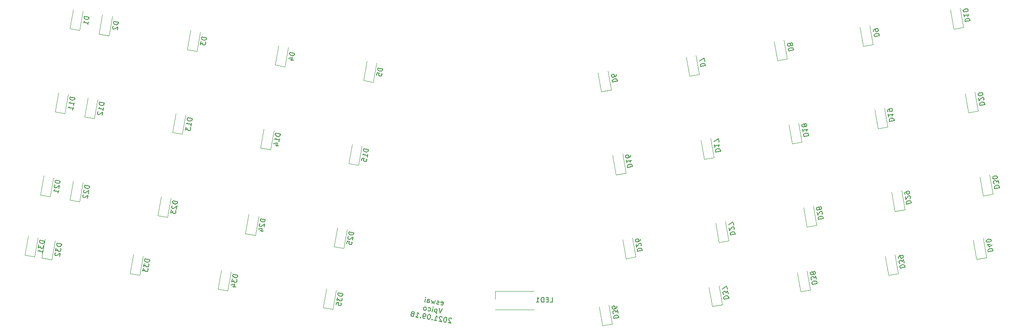
<source format=gbr>
%TF.GenerationSoftware,KiCad,Pcbnew,(5.1.10-1-10_14)*%
%TF.CreationDate,2021-09-19T11:37:43+09:00*%
%TF.ProjectId,Vpico,56706963-6f2e-46b6-9963-61645f706362,rev?*%
%TF.SameCoordinates,Original*%
%TF.FileFunction,Legend,Bot*%
%TF.FilePolarity,Positive*%
%FSLAX46Y46*%
G04 Gerber Fmt 4.6, Leading zero omitted, Abs format (unit mm)*
G04 Created by KiCad (PCBNEW (5.1.10-1-10_14)) date 2021-09-19 11:37:43*
%MOMM*%
%LPD*%
G01*
G04 APERTURE LIST*
%ADD10C,0.150000*%
%ADD11C,0.120000*%
G04 APERTURE END LIST*
D10*
X169223101Y-140121748D02*
X169308623Y-140185182D01*
X169496205Y-140218257D01*
X169598265Y-140187900D01*
X169661699Y-140102377D01*
X169727851Y-139727213D01*
X169697493Y-139625152D01*
X169611971Y-139561719D01*
X169424388Y-139528643D01*
X169322328Y-139559001D01*
X169258895Y-139644523D01*
X169242357Y-139738314D01*
X169694775Y-139914795D01*
X168801040Y-140047327D02*
X168698980Y-140077685D01*
X168511397Y-140044609D01*
X168425875Y-139981176D01*
X168395518Y-139879115D01*
X168403787Y-139832220D01*
X168467220Y-139746698D01*
X168569280Y-139716340D01*
X168709967Y-139741147D01*
X168812027Y-139710789D01*
X168875461Y-139625267D01*
X168883730Y-139578371D01*
X168853372Y-139476311D01*
X168767850Y-139412878D01*
X168627163Y-139388071D01*
X168525103Y-139418428D01*
X168158207Y-139305381D02*
X167854859Y-139928844D01*
X167749966Y-139426812D01*
X167479694Y-139862692D01*
X167407877Y-139173078D01*
X166494886Y-139689044D02*
X166585845Y-139173192D01*
X166649278Y-139087670D01*
X166751339Y-139057312D01*
X166938921Y-139090388D01*
X167024443Y-139153822D01*
X166503155Y-139642148D02*
X166588678Y-139705582D01*
X166823156Y-139746927D01*
X166925216Y-139716569D01*
X166988649Y-139631047D01*
X167005187Y-139537255D01*
X166974830Y-139435195D01*
X166889307Y-139371762D01*
X166654829Y-139330417D01*
X166569307Y-139266983D01*
X166025930Y-139606354D02*
X166141696Y-138949816D01*
X166199578Y-138621547D02*
X166238205Y-138676711D01*
X166183041Y-138715338D01*
X166144414Y-138660173D01*
X166199578Y-138621547D01*
X166183041Y-138715338D01*
X169570917Y-140891458D02*
X169068999Y-141818383D01*
X168914378Y-140775693D01*
X168528226Y-141046080D02*
X168354578Y-142030887D01*
X168519957Y-141092975D02*
X168434435Y-141029542D01*
X168246853Y-140996466D01*
X168144793Y-141026823D01*
X168089628Y-141065450D01*
X168026194Y-141150972D01*
X167976581Y-141432346D01*
X168006938Y-141534406D01*
X168045565Y-141589571D01*
X168131087Y-141653004D01*
X168318670Y-141686080D01*
X168420730Y-141655722D01*
X167521444Y-141545508D02*
X167637210Y-140888969D01*
X167695093Y-140560700D02*
X167733719Y-140615865D01*
X167678555Y-140654491D01*
X167639928Y-140599327D01*
X167695093Y-140560700D01*
X167678555Y-140654491D01*
X166638697Y-141341502D02*
X166724219Y-141404935D01*
X166911801Y-141438011D01*
X167013862Y-141407654D01*
X167069026Y-141369027D01*
X167132460Y-141283505D01*
X167182074Y-141002131D01*
X167151716Y-140900071D01*
X167113089Y-140844906D01*
X167027567Y-140781473D01*
X166839984Y-140748397D01*
X166737924Y-140778755D01*
X166067681Y-141289170D02*
X166169741Y-141258812D01*
X166224905Y-141220186D01*
X166288339Y-141134663D01*
X166337953Y-140853290D01*
X166307595Y-140751230D01*
X166268968Y-140696065D01*
X166183446Y-140632631D01*
X166042759Y-140607825D01*
X165940699Y-140638182D01*
X165885534Y-140676809D01*
X165822101Y-140762331D01*
X165772487Y-141043705D01*
X165802845Y-141145765D01*
X165841471Y-141200930D01*
X165926994Y-141264363D01*
X166067681Y-141289170D01*
X171425058Y-142990555D02*
X171386431Y-142935390D01*
X171300909Y-142871957D01*
X171066431Y-142830612D01*
X170964371Y-142860970D01*
X170909206Y-142899596D01*
X170845773Y-142985119D01*
X170829235Y-143078910D01*
X170851323Y-143227866D01*
X171314843Y-143889840D01*
X170705200Y-143782344D01*
X170269206Y-142690040D02*
X170175414Y-142673502D01*
X170073354Y-142703859D01*
X170018190Y-142742486D01*
X169954756Y-142828008D01*
X169874785Y-143007322D01*
X169833440Y-143241800D01*
X169847260Y-143437651D01*
X169877617Y-143539711D01*
X169916244Y-143594876D01*
X170001766Y-143658309D01*
X170095557Y-143674847D01*
X170197618Y-143644490D01*
X170252782Y-143605863D01*
X170316216Y-143520341D01*
X170396187Y-143341027D01*
X170437532Y-143106549D01*
X170423712Y-142910698D01*
X170393354Y-142808638D01*
X170354728Y-142753473D01*
X170269206Y-142690040D01*
X169549234Y-142659796D02*
X169510607Y-142604632D01*
X169425085Y-142541198D01*
X169190607Y-142499854D01*
X169088546Y-142530211D01*
X169033382Y-142568838D01*
X168969948Y-142654360D01*
X168953410Y-142748151D01*
X168975499Y-142897107D01*
X169439019Y-143559082D01*
X168829376Y-143451585D01*
X167891464Y-143286206D02*
X168454211Y-143385434D01*
X168172838Y-143335820D02*
X168346486Y-142351012D01*
X168415470Y-142508237D01*
X168492723Y-142618566D01*
X168578246Y-142682000D01*
X167485941Y-143117994D02*
X167430777Y-143156621D01*
X167469403Y-143211786D01*
X167524568Y-143173159D01*
X167485941Y-143117994D01*
X167469403Y-143211786D01*
X166986513Y-142111212D02*
X166892722Y-142094674D01*
X166790662Y-142125032D01*
X166735497Y-142163659D01*
X166672064Y-142249181D01*
X166592092Y-142428495D01*
X166550747Y-142662973D01*
X166564567Y-142858824D01*
X166594925Y-142960884D01*
X166633551Y-143016049D01*
X166719074Y-143079482D01*
X166812865Y-143096020D01*
X166914925Y-143065662D01*
X166970090Y-143027036D01*
X167033523Y-142941514D01*
X167113495Y-142762200D01*
X167154839Y-142527722D01*
X167141020Y-142331871D01*
X167110662Y-142229810D01*
X167072035Y-142174646D01*
X166986513Y-142111212D01*
X166015640Y-142955448D02*
X165828057Y-142922372D01*
X165742535Y-142858938D01*
X165703908Y-142803774D01*
X165634924Y-142646549D01*
X165621104Y-142450698D01*
X165687256Y-142075533D01*
X165750689Y-141990011D01*
X165805854Y-141951384D01*
X165907914Y-141921026D01*
X166095497Y-141954102D01*
X166181019Y-142017536D01*
X166219645Y-142072700D01*
X166250003Y-142174760D01*
X166208658Y-142409238D01*
X166145225Y-142494761D01*
X166090060Y-142533387D01*
X165988000Y-142563745D01*
X165800418Y-142530669D01*
X165714895Y-142467236D01*
X165676269Y-142412071D01*
X165645911Y-142310011D01*
X165141161Y-142704546D02*
X165085996Y-142743173D01*
X165124623Y-142798338D01*
X165179788Y-142759711D01*
X165141161Y-142704546D01*
X165124623Y-142798338D01*
X164139815Y-142624689D02*
X164702563Y-142723917D01*
X164421189Y-142674303D02*
X164594837Y-141689495D01*
X164663821Y-141846720D01*
X164741075Y-141957049D01*
X164826597Y-142020483D01*
X163676296Y-141962715D02*
X163778356Y-141932357D01*
X163833520Y-141893730D01*
X163896954Y-141808208D01*
X163905223Y-141761312D01*
X163874865Y-141659252D01*
X163836238Y-141604088D01*
X163750716Y-141540654D01*
X163563134Y-141507578D01*
X163461074Y-141537936D01*
X163405909Y-141576563D01*
X163342475Y-141662085D01*
X163334207Y-141708980D01*
X163364564Y-141811041D01*
X163403191Y-141866205D01*
X163488713Y-141929639D01*
X163676296Y-141962715D01*
X163761818Y-142026148D01*
X163800444Y-142081313D01*
X163830802Y-142183373D01*
X163797726Y-142370955D01*
X163734293Y-142456477D01*
X163679128Y-142495104D01*
X163577068Y-142525462D01*
X163389486Y-142492386D01*
X163303963Y-142428952D01*
X163265337Y-142373788D01*
X163234979Y-142271728D01*
X163268055Y-142084145D01*
X163331488Y-141998623D01*
X163386653Y-141959996D01*
X163488713Y-141929639D01*
D11*
%TO.C,LED1*%
X180200000Y-139050000D02*
X180200000Y-137450000D01*
X188000000Y-141150000D02*
X180200000Y-141150000D01*
X180200000Y-137450000D02*
X188000000Y-137450000D01*
%TO.C,D30*%
X280332103Y-117841299D02*
X279654875Y-114000549D01*
X278362488Y-118188596D02*
X277685260Y-114347845D01*
X280332103Y-117841299D02*
X278362488Y-118188596D01*
%TO.C,D24*%
X131897421Y-126147871D02*
X132574649Y-122307120D01*
X129927806Y-125800574D02*
X130605034Y-121959824D01*
X131897421Y-126147871D02*
X129927806Y-125800574D01*
%TO.C,D26*%
X208441137Y-130517616D02*
X207763909Y-126676866D01*
X206471522Y-130864913D02*
X205794294Y-127024162D01*
X208441137Y-130517616D02*
X206471522Y-130864913D01*
%TO.C,D34*%
X126366816Y-137357795D02*
X127044044Y-133517044D01*
X124397201Y-137010498D02*
X125074429Y-133169748D01*
X126366816Y-137357795D02*
X124397201Y-137010498D01*
%TO.C,D40*%
X279029831Y-130611443D02*
X278352603Y-126770693D01*
X277060216Y-130958740D02*
X276382988Y-127117989D01*
X279029831Y-130611443D02*
X277060216Y-130958740D01*
%TO.C,D39*%
X261329339Y-133884831D02*
X260652111Y-130044081D01*
X259359724Y-134232128D02*
X258682496Y-130391377D01*
X261329339Y-133884831D02*
X259359724Y-134232128D01*
%TO.C,D38*%
X243628846Y-137158220D02*
X242951618Y-133317470D01*
X241659231Y-137505517D02*
X240982003Y-133664766D01*
X243628846Y-137158220D02*
X241659231Y-137505517D01*
%TO.C,D37*%
X225876260Y-140136166D02*
X225199032Y-136295416D01*
X223906645Y-140483463D02*
X223229417Y-136642712D01*
X225876260Y-140136166D02*
X223906645Y-140483463D01*
%TO.C,D36*%
X203718085Y-144043250D02*
X203040857Y-140202500D01*
X201748470Y-144390547D02*
X201071242Y-140549796D01*
X203718085Y-144043250D02*
X201748470Y-144390547D01*
%TO.C,D35*%
X147540182Y-141091231D02*
X148217410Y-137250480D01*
X145570567Y-140743934D02*
X146247795Y-136903184D01*
X147540182Y-141091231D02*
X145570567Y-140743934D01*
%TO.C,D33*%
X108640276Y-134232128D02*
X109317504Y-130391377D01*
X106670661Y-133884831D02*
X107347889Y-130044081D01*
X108640276Y-134232128D02*
X106670661Y-133884831D01*
%TO.C,D32*%
X90913737Y-131106461D02*
X91590965Y-127265710D01*
X88944122Y-130759164D02*
X89621350Y-126918414D01*
X90913737Y-131106461D02*
X88944122Y-130759164D01*
%TO.C,D31*%
X87466910Y-130498692D02*
X88144138Y-126657941D01*
X85497295Y-130151395D02*
X86174523Y-126310645D01*
X87466910Y-130498692D02*
X85497295Y-130151395D01*
%TO.C,D29*%
X262605564Y-120966966D02*
X261928336Y-117126216D01*
X260635949Y-121314263D02*
X259958721Y-117473512D01*
X262605564Y-120966966D02*
X260635949Y-121314263D01*
%TO.C,D28*%
X244879024Y-124092633D02*
X244201796Y-120251883D01*
X242909409Y-124439930D02*
X242232181Y-120599179D01*
X244879024Y-124092633D02*
X242909409Y-124439930D01*
%TO.C,D27*%
X227152485Y-127218300D02*
X226475257Y-123377550D01*
X225182870Y-127565597D02*
X224505642Y-123724846D01*
X227152485Y-127218300D02*
X225182870Y-127565597D01*
%TO.C,D25*%
X149710785Y-128781134D02*
X150388013Y-124940383D01*
X147741170Y-128433837D02*
X148418398Y-124593087D01*
X149710785Y-128781134D02*
X147741170Y-128433837D01*
%TO.C,D23*%
X114257706Y-122529800D02*
X114934934Y-118689049D01*
X112288091Y-122182503D02*
X112965319Y-118341753D01*
X114257706Y-122529800D02*
X112288091Y-122182503D01*
%TO.C,D22*%
X96531166Y-119404133D02*
X97208394Y-115563382D01*
X94561551Y-119056836D02*
X95238779Y-115216086D01*
X96531166Y-119404133D02*
X94561551Y-119056836D01*
%TO.C,D21*%
X90622320Y-118362244D02*
X91299548Y-114521493D01*
X88652705Y-118014947D02*
X89329933Y-114174197D01*
X90622320Y-118362244D02*
X88652705Y-118014947D01*
%TO.C,D20*%
X277380084Y-101099567D02*
X276702856Y-97258817D01*
X275410469Y-101446864D02*
X274733241Y-97606113D01*
X277380084Y-101099567D02*
X275410469Y-101446864D01*
%TO.C,D19*%
X259161141Y-104312058D02*
X258483913Y-100471308D01*
X257191526Y-104659355D02*
X256514298Y-100818604D01*
X259161141Y-104312058D02*
X257191526Y-104659355D01*
%TO.C,D18*%
X241927005Y-107350901D02*
X241249777Y-103510151D01*
X239957390Y-107698198D02*
X239280162Y-103857447D01*
X241927005Y-107350901D02*
X239957390Y-107698198D01*
%TO.C,D17*%
X224200466Y-110476568D02*
X223523238Y-106635818D01*
X222230851Y-110823865D02*
X221553623Y-106983114D01*
X224200466Y-110476568D02*
X222230851Y-110823865D01*
%TO.C,D16*%
X206473926Y-113602236D02*
X205796698Y-109761486D01*
X204504311Y-113949533D02*
X203827083Y-110108782D01*
X206473926Y-113602236D02*
X204504311Y-113949533D01*
%TO.C,D15*%
X152662804Y-112039403D02*
X153340032Y-108198652D01*
X150693189Y-111692106D02*
X151370417Y-107851356D01*
X152662804Y-112039403D02*
X150693189Y-111692106D01*
%TO.C,D14*%
X134936264Y-108913735D02*
X135613492Y-105072984D01*
X132966649Y-108566438D02*
X133643877Y-104725688D01*
X134936264Y-108913735D02*
X132966649Y-108566438D01*
%TO.C,D13*%
X117209725Y-105788068D02*
X117886953Y-101947317D01*
X115240110Y-105440771D02*
X115917338Y-101600021D01*
X117209725Y-105788068D02*
X115240110Y-105440771D01*
%TO.C,D12*%
X99483185Y-102662401D02*
X100160413Y-98821650D01*
X97513570Y-102315104D02*
X98190798Y-98474354D01*
X99483185Y-102662401D02*
X97513570Y-102315104D01*
%TO.C,D11*%
X93574339Y-101620512D02*
X94251567Y-97779761D01*
X91604724Y-101273215D02*
X92281952Y-97432465D01*
X93574339Y-101620512D02*
X91604724Y-101273215D01*
%TO.C,D10*%
X274402018Y-84210114D02*
X273724790Y-80369364D01*
X272432403Y-84557411D02*
X271755175Y-80716660D01*
X274402018Y-84210114D02*
X272432403Y-84557411D01*
%TO.C,D9*%
X256235169Y-87718047D02*
X255557941Y-83877297D01*
X254265554Y-88065344D02*
X253588326Y-84224593D01*
X256235169Y-87718047D02*
X254265554Y-88065344D01*
%TO.C,D8*%
X238974986Y-90609169D02*
X238297758Y-86768419D01*
X237005371Y-90956466D02*
X236328143Y-87115715D01*
X238974986Y-90609169D02*
X237005371Y-90956466D01*
%TO.C,D7*%
X221248447Y-93734837D02*
X220571219Y-89894087D01*
X219278832Y-94082134D02*
X218601604Y-90241383D01*
X221248447Y-93734837D02*
X219278832Y-94082134D01*
%TO.C,D6*%
X203521907Y-96860504D02*
X202844679Y-93019754D01*
X201552292Y-97207801D02*
X200875064Y-93367050D01*
X203521907Y-96860504D02*
X201552292Y-97207801D01*
%TO.C,D5*%
X155614823Y-95297671D02*
X156292051Y-91456920D01*
X153645208Y-94950374D02*
X154322436Y-91109624D01*
X155614823Y-95297671D02*
X153645208Y-94950374D01*
%TO.C,D4*%
X137888283Y-92172004D02*
X138565511Y-88331253D01*
X135918668Y-91824707D02*
X136595896Y-87983957D01*
X137888283Y-92172004D02*
X135918668Y-91824707D01*
%TO.C,D3*%
X120161744Y-89046336D02*
X120838972Y-85205585D01*
X118192129Y-88699039D02*
X118869357Y-84858289D01*
X120161744Y-89046336D02*
X118192129Y-88699039D01*
%TO.C,D2*%
X102435204Y-85920669D02*
X103112432Y-82079918D01*
X100465589Y-85573372D02*
X101142817Y-81732622D01*
X102435204Y-85920669D02*
X100465589Y-85573372D01*
%TO.C,D1*%
X96526358Y-84878780D02*
X97203586Y-81038029D01*
X94556743Y-84531483D02*
X95233971Y-80690733D01*
X96526358Y-84878780D02*
X94556743Y-84531483D01*
%TO.C,LED1*%
D10*
X191219047Y-139652380D02*
X191695238Y-139652380D01*
X191695238Y-138652380D01*
X190885714Y-139128571D02*
X190552380Y-139128571D01*
X190409523Y-139652380D02*
X190885714Y-139652380D01*
X190885714Y-138652380D01*
X190409523Y-138652380D01*
X189980952Y-139652380D02*
X189980952Y-138652380D01*
X189742857Y-138652380D01*
X189600000Y-138700000D01*
X189504761Y-138795238D01*
X189457142Y-138890476D01*
X189409523Y-139080952D01*
X189409523Y-139223809D01*
X189457142Y-139414285D01*
X189504761Y-139509523D01*
X189600000Y-139604761D01*
X189742857Y-139652380D01*
X189980952Y-139652380D01*
X188457142Y-139652380D02*
X189028571Y-139652380D01*
X188742857Y-139652380D02*
X188742857Y-138652380D01*
X188838095Y-138795238D01*
X188933333Y-138890476D01*
X189028571Y-138938095D01*
%TO.C,D30*%
X280691553Y-116726227D02*
X281676360Y-116552578D01*
X281635016Y-116318100D01*
X281563313Y-116185683D01*
X281452984Y-116108429D01*
X281350924Y-116078072D01*
X281155072Y-116064252D01*
X281014386Y-116089059D01*
X280835072Y-116169030D01*
X280749550Y-116232464D01*
X280672297Y-116342793D01*
X280650208Y-116491749D01*
X280691553Y-116726227D01*
X281519250Y-115661562D02*
X281411754Y-115051919D01*
X281094472Y-115446340D01*
X281069665Y-115305653D01*
X281006231Y-115220131D01*
X280951067Y-115181504D01*
X280849006Y-115151147D01*
X280614528Y-115192491D01*
X280529006Y-115255925D01*
X280490380Y-115311089D01*
X280460022Y-115413150D01*
X280509636Y-115694523D01*
X280573069Y-115780046D01*
X280628234Y-115818672D01*
X281304257Y-114442276D02*
X281287719Y-114348485D01*
X281224286Y-114262963D01*
X281169121Y-114224336D01*
X281067061Y-114193978D01*
X280871210Y-114180159D01*
X280636732Y-114221503D01*
X280457418Y-114301475D01*
X280371896Y-114364908D01*
X280333269Y-114420073D01*
X280302912Y-114522133D01*
X280319449Y-114615924D01*
X280382883Y-114701447D01*
X280438048Y-114740073D01*
X280540108Y-114770431D01*
X280735959Y-114784251D01*
X280970437Y-114742906D01*
X281149751Y-114662934D01*
X281235273Y-114599501D01*
X281273900Y-114544336D01*
X281304257Y-114442276D01*
%TO.C,D24*%
X133929304Y-122988418D02*
X132944497Y-122814769D01*
X132903152Y-123049248D01*
X132925240Y-123198203D01*
X133002494Y-123308532D01*
X133088016Y-123371966D01*
X133267329Y-123451937D01*
X133408016Y-123476744D01*
X133603868Y-123462925D01*
X133705928Y-123432567D01*
X133816257Y-123355314D01*
X133887959Y-123222896D01*
X133929304Y-122988418D01*
X132872909Y-123769220D02*
X132817744Y-123807846D01*
X132754310Y-123893368D01*
X132712966Y-124127846D01*
X132743323Y-124229907D01*
X132781950Y-124285071D01*
X132867472Y-124348505D01*
X132961263Y-124365043D01*
X133110219Y-124342954D01*
X133772194Y-123879434D01*
X133664698Y-124489077D01*
X132859318Y-125217433D02*
X133515856Y-125333198D01*
X132525498Y-124916803D02*
X133270277Y-124806359D01*
X133162780Y-125416002D01*
%TO.C,D26*%
X208800587Y-129402544D02*
X209785394Y-129228895D01*
X209744050Y-128994417D01*
X209672347Y-128862000D01*
X209562018Y-128784746D01*
X209459958Y-128754389D01*
X209264106Y-128740569D01*
X209123420Y-128765376D01*
X208944106Y-128845347D01*
X208858584Y-128908781D01*
X208781331Y-129019110D01*
X208759242Y-129168066D01*
X208800587Y-129402544D01*
X209526224Y-128307521D02*
X209564851Y-128252357D01*
X209595208Y-128150296D01*
X209553864Y-127915818D01*
X209490430Y-127830296D01*
X209435265Y-127791670D01*
X209333205Y-127761312D01*
X209239414Y-127777850D01*
X209106996Y-127849552D01*
X208643476Y-128511527D01*
X208535980Y-127901884D01*
X209371946Y-126884115D02*
X209405022Y-127071698D01*
X209374665Y-127173758D01*
X209336038Y-127228922D01*
X209211889Y-127347520D01*
X209032576Y-127427492D01*
X208657411Y-127493643D01*
X208555351Y-127463286D01*
X208500186Y-127424659D01*
X208436752Y-127339137D01*
X208403677Y-127151554D01*
X208434034Y-127049494D01*
X208472661Y-126994330D01*
X208558183Y-126930896D01*
X208792661Y-126889551D01*
X208894721Y-126919909D01*
X208949886Y-126958536D01*
X209013320Y-127044058D01*
X209046395Y-127231640D01*
X209016038Y-127333701D01*
X208977411Y-127388865D01*
X208891889Y-127452299D01*
%TO.C,D34*%
X128398699Y-134198342D02*
X127413892Y-134024693D01*
X127372547Y-134259172D01*
X127394635Y-134408127D01*
X127471889Y-134518456D01*
X127557411Y-134581890D01*
X127736724Y-134661861D01*
X127877411Y-134686668D01*
X128073263Y-134672849D01*
X128175323Y-134642491D01*
X128285652Y-134565238D01*
X128357354Y-134432820D01*
X128398699Y-134198342D01*
X127256781Y-134915710D02*
X127149285Y-135525353D01*
X127582332Y-135263235D01*
X127557525Y-135403922D01*
X127587883Y-135505982D01*
X127626510Y-135561147D01*
X127712032Y-135624580D01*
X127946510Y-135665925D01*
X128048570Y-135635568D01*
X128103735Y-135596941D01*
X128167168Y-135511419D01*
X128216782Y-135230045D01*
X128186424Y-135127985D01*
X128147798Y-135072820D01*
X127328713Y-136427357D02*
X127985251Y-136543122D01*
X126994893Y-136126727D02*
X127739672Y-136016283D01*
X127632175Y-136625926D01*
%TO.C,D40*%
X279389281Y-129496371D02*
X280374088Y-129322722D01*
X280332744Y-129088244D01*
X280261041Y-128955827D01*
X280150712Y-128878573D01*
X280048652Y-128848216D01*
X279852800Y-128834396D01*
X279712114Y-128859203D01*
X279532800Y-128939174D01*
X279447278Y-129002608D01*
X279370025Y-129112937D01*
X279347936Y-129261893D01*
X279389281Y-129496371D01*
X279797750Y-127973737D02*
X279141212Y-128089502D01*
X280214260Y-128142063D02*
X279552171Y-128500576D01*
X279444674Y-127890933D01*
X280001985Y-127212420D02*
X279985447Y-127118629D01*
X279922014Y-127033107D01*
X279866849Y-126994480D01*
X279764789Y-126964122D01*
X279568938Y-126950303D01*
X279334460Y-126991647D01*
X279155146Y-127071619D01*
X279069624Y-127135052D01*
X279030997Y-127190217D01*
X279000640Y-127292277D01*
X279017177Y-127386068D01*
X279080611Y-127471591D01*
X279135776Y-127510217D01*
X279237836Y-127540575D01*
X279433687Y-127554395D01*
X279668165Y-127513050D01*
X279847479Y-127433078D01*
X279933001Y-127369645D01*
X279971628Y-127314480D01*
X280001985Y-127212420D01*
%TO.C,D39*%
X261688789Y-132769759D02*
X262673596Y-132596110D01*
X262632252Y-132361632D01*
X262560549Y-132229215D01*
X262450220Y-132151961D01*
X262348160Y-132121604D01*
X262152308Y-132107784D01*
X262011622Y-132132591D01*
X261832308Y-132212562D01*
X261746786Y-132275996D01*
X261669533Y-132386325D01*
X261647444Y-132535281D01*
X261688789Y-132769759D01*
X262516486Y-131705094D02*
X262408990Y-131095451D01*
X262091708Y-131489872D01*
X262066901Y-131349185D01*
X262003467Y-131263663D01*
X261948303Y-131225036D01*
X261846242Y-131194679D01*
X261611764Y-131236023D01*
X261526242Y-131299457D01*
X261487616Y-131354621D01*
X261457258Y-131456682D01*
X261506872Y-131738055D01*
X261570305Y-131823578D01*
X261625470Y-131862204D01*
X261341492Y-130800143D02*
X261308417Y-130612561D01*
X261338774Y-130510501D01*
X261377401Y-130455336D01*
X261501550Y-130336738D01*
X261680863Y-130256766D01*
X262056028Y-130190615D01*
X262158088Y-130220972D01*
X262213253Y-130259599D01*
X262276686Y-130345121D01*
X262309762Y-130532704D01*
X262279405Y-130634764D01*
X262240778Y-130689928D01*
X262155256Y-130753362D01*
X261920778Y-130794707D01*
X261818717Y-130764349D01*
X261763553Y-130725722D01*
X261700119Y-130640200D01*
X261667043Y-130452618D01*
X261697401Y-130350558D01*
X261736028Y-130295393D01*
X261821550Y-130231960D01*
%TO.C,D38*%
X243988296Y-136043148D02*
X244973103Y-135869499D01*
X244931759Y-135635021D01*
X244860056Y-135502604D01*
X244749727Y-135425350D01*
X244647667Y-135394993D01*
X244451815Y-135381173D01*
X244311129Y-135405980D01*
X244131815Y-135485951D01*
X244046293Y-135549385D01*
X243969040Y-135659714D01*
X243946951Y-135808670D01*
X243988296Y-136043148D01*
X244815993Y-134978483D02*
X244708497Y-134368840D01*
X244391215Y-134763261D01*
X244366408Y-134622574D01*
X244302974Y-134537052D01*
X244247810Y-134498425D01*
X244145749Y-134468068D01*
X243911271Y-134509412D01*
X243825749Y-134572846D01*
X243787123Y-134628010D01*
X243756765Y-134730071D01*
X243806379Y-135011444D01*
X243869812Y-135096967D01*
X243924977Y-135135593D01*
X244187209Y-133880513D02*
X244250642Y-133966036D01*
X244305807Y-134004662D01*
X244407867Y-134035020D01*
X244454763Y-134026751D01*
X244540285Y-133963317D01*
X244578912Y-133908153D01*
X244609269Y-133806093D01*
X244576193Y-133618510D01*
X244512760Y-133532988D01*
X244457595Y-133494361D01*
X244355535Y-133464004D01*
X244308639Y-133472273D01*
X244223117Y-133535706D01*
X244184491Y-133590871D01*
X244154133Y-133692931D01*
X244187209Y-133880513D01*
X244156851Y-133982574D01*
X244118224Y-134037738D01*
X244032702Y-134101172D01*
X243845120Y-134134247D01*
X243743060Y-134103890D01*
X243687895Y-134065263D01*
X243624461Y-133979741D01*
X243591386Y-133792158D01*
X243621743Y-133690098D01*
X243660370Y-133634934D01*
X243745892Y-133571500D01*
X243933475Y-133538424D01*
X244035535Y-133568782D01*
X244090699Y-133607409D01*
X244154133Y-133692931D01*
%TO.C,D37*%
X226235710Y-139021094D02*
X227220517Y-138847445D01*
X227179173Y-138612967D01*
X227107470Y-138480550D01*
X226997141Y-138403296D01*
X226895081Y-138372939D01*
X226699229Y-138359119D01*
X226558543Y-138383926D01*
X226379229Y-138463897D01*
X226293707Y-138527331D01*
X226216454Y-138637660D01*
X226194365Y-138786616D01*
X226235710Y-139021094D01*
X227063407Y-137956429D02*
X226955911Y-137346786D01*
X226638629Y-137741207D01*
X226613822Y-137600520D01*
X226550388Y-137514998D01*
X226495224Y-137476371D01*
X226393163Y-137446014D01*
X226158685Y-137487358D01*
X226073163Y-137550792D01*
X226034537Y-137605956D01*
X226004179Y-137708017D01*
X226053793Y-137989390D01*
X226117226Y-138074913D01*
X226172391Y-138113539D01*
X226898028Y-137018517D02*
X226782263Y-136361978D01*
X225871875Y-136957687D01*
%TO.C,D36*%
X204077535Y-142928178D02*
X205062342Y-142754529D01*
X205020998Y-142520051D01*
X204949295Y-142387634D01*
X204838966Y-142310380D01*
X204736906Y-142280023D01*
X204541054Y-142266203D01*
X204400368Y-142291010D01*
X204221054Y-142370981D01*
X204135532Y-142434415D01*
X204058279Y-142544744D01*
X204036190Y-142693700D01*
X204077535Y-142928178D01*
X204905232Y-141863513D02*
X204797736Y-141253870D01*
X204480454Y-141648291D01*
X204455647Y-141507604D01*
X204392213Y-141422082D01*
X204337049Y-141383455D01*
X204234988Y-141353098D01*
X204000510Y-141394442D01*
X203914988Y-141457876D01*
X203876362Y-141513040D01*
X203846004Y-141615101D01*
X203895618Y-141896474D01*
X203959051Y-141981997D01*
X204014216Y-142020623D01*
X204648894Y-140409749D02*
X204681970Y-140597332D01*
X204651613Y-140699392D01*
X204612986Y-140754556D01*
X204488837Y-140873154D01*
X204309524Y-140953126D01*
X203934359Y-141019277D01*
X203832299Y-140988920D01*
X203777134Y-140950293D01*
X203713700Y-140864771D01*
X203680625Y-140677188D01*
X203710982Y-140575128D01*
X203749609Y-140519964D01*
X203835131Y-140456530D01*
X204069609Y-140415185D01*
X204171669Y-140445543D01*
X204226834Y-140484170D01*
X204290268Y-140569692D01*
X204323343Y-140757274D01*
X204292986Y-140859335D01*
X204254359Y-140914499D01*
X204168837Y-140977933D01*
%TO.C,D35*%
X149572065Y-137931778D02*
X148587258Y-137758129D01*
X148545913Y-137992608D01*
X148568001Y-138141563D01*
X148645255Y-138251892D01*
X148730777Y-138315326D01*
X148910090Y-138395297D01*
X149050777Y-138420104D01*
X149246629Y-138406285D01*
X149348689Y-138375927D01*
X149459018Y-138298674D01*
X149530720Y-138166256D01*
X149572065Y-137931778D01*
X148430147Y-138649146D02*
X148322651Y-139258789D01*
X148755698Y-138996671D01*
X148730891Y-139137358D01*
X148761249Y-139239418D01*
X148799876Y-139294583D01*
X148885398Y-139358016D01*
X149119876Y-139399361D01*
X149221936Y-139369004D01*
X149277101Y-139330377D01*
X149340534Y-139244855D01*
X149390148Y-138963481D01*
X149359790Y-138861421D01*
X149321164Y-138806256D01*
X148165541Y-140149805D02*
X148248230Y-139680849D01*
X148725455Y-139716643D01*
X148670291Y-139755270D01*
X148606857Y-139840792D01*
X148565512Y-140075270D01*
X148595870Y-140177330D01*
X148634497Y-140232495D01*
X148720019Y-140295929D01*
X148954497Y-140337273D01*
X149056557Y-140306916D01*
X149111722Y-140268289D01*
X149175155Y-140182767D01*
X149216500Y-139948289D01*
X149186142Y-139846229D01*
X149147516Y-139791064D01*
%TO.C,D33*%
X110672159Y-131072675D02*
X109687352Y-130899026D01*
X109646007Y-131133505D01*
X109668095Y-131282460D01*
X109745349Y-131392789D01*
X109830871Y-131456223D01*
X110010184Y-131536194D01*
X110150871Y-131561001D01*
X110346723Y-131547182D01*
X110448783Y-131516824D01*
X110559112Y-131439571D01*
X110630814Y-131307153D01*
X110672159Y-131072675D01*
X109530241Y-131790043D02*
X109422745Y-132399686D01*
X109855792Y-132137568D01*
X109830985Y-132278255D01*
X109861343Y-132380315D01*
X109899970Y-132435480D01*
X109985492Y-132498913D01*
X110219970Y-132540258D01*
X110322030Y-132509901D01*
X110377195Y-132471274D01*
X110440628Y-132385752D01*
X110490242Y-132104378D01*
X110459884Y-132002318D01*
X110421258Y-131947153D01*
X109364862Y-132727955D02*
X109257366Y-133337598D01*
X109690413Y-133075480D01*
X109665606Y-133216167D01*
X109695964Y-133318227D01*
X109734591Y-133373392D01*
X109820113Y-133436826D01*
X110054591Y-133478170D01*
X110156651Y-133447813D01*
X110211816Y-133409186D01*
X110275249Y-133323664D01*
X110324863Y-133042290D01*
X110294505Y-132940230D01*
X110255879Y-132885065D01*
%TO.C,D32*%
X92945620Y-127947008D02*
X91960813Y-127773359D01*
X91919468Y-128007838D01*
X91941556Y-128156793D01*
X92018810Y-128267122D01*
X92104332Y-128330556D01*
X92283645Y-128410527D01*
X92424332Y-128435334D01*
X92620184Y-128421515D01*
X92722244Y-128391157D01*
X92832573Y-128313904D01*
X92904275Y-128181486D01*
X92945620Y-127947008D01*
X91803702Y-128664376D02*
X91696206Y-129274019D01*
X92129253Y-129011901D01*
X92104446Y-129152588D01*
X92134804Y-129254648D01*
X92173431Y-129309813D01*
X92258953Y-129373246D01*
X92493431Y-129414591D01*
X92595491Y-129384234D01*
X92650656Y-129345607D01*
X92714089Y-129260085D01*
X92763703Y-128978711D01*
X92733345Y-128876651D01*
X92694719Y-128821486D01*
X91723845Y-129665722D02*
X91668681Y-129704348D01*
X91605247Y-129789871D01*
X91563902Y-130024349D01*
X91594260Y-130126409D01*
X91632887Y-130181573D01*
X91718409Y-130245007D01*
X91812200Y-130261545D01*
X91961156Y-130239456D01*
X92623131Y-129775936D01*
X92515634Y-130385579D01*
%TO.C,D31*%
X89498793Y-127339239D02*
X88513986Y-127165590D01*
X88472641Y-127400069D01*
X88494729Y-127549024D01*
X88571983Y-127659353D01*
X88657505Y-127722787D01*
X88836818Y-127802758D01*
X88977505Y-127827565D01*
X89173357Y-127813746D01*
X89275417Y-127783388D01*
X89385746Y-127706135D01*
X89457448Y-127573717D01*
X89498793Y-127339239D01*
X88356875Y-128056607D02*
X88249379Y-128666250D01*
X88682426Y-128404132D01*
X88657619Y-128544819D01*
X88687977Y-128646879D01*
X88726604Y-128702044D01*
X88812126Y-128765477D01*
X89046604Y-128806822D01*
X89148664Y-128776465D01*
X89203829Y-128737838D01*
X89267262Y-128652316D01*
X89316876Y-128370942D01*
X89286518Y-128268882D01*
X89247892Y-128213717D01*
X89068807Y-129777810D02*
X89168035Y-129215063D01*
X89118421Y-129496437D02*
X88133613Y-129322788D01*
X88290838Y-129253804D01*
X88401167Y-129176551D01*
X88464601Y-129091029D01*
%TO.C,D29*%
X262965014Y-119851894D02*
X263949821Y-119678245D01*
X263908477Y-119443767D01*
X263836774Y-119311350D01*
X263726445Y-119234096D01*
X263624385Y-119203739D01*
X263428533Y-119189919D01*
X263287847Y-119214726D01*
X263108533Y-119294697D01*
X263023011Y-119358131D01*
X262945758Y-119468460D01*
X262923669Y-119617416D01*
X262965014Y-119851894D01*
X263690651Y-118756871D02*
X263729278Y-118701707D01*
X263759635Y-118599646D01*
X263718291Y-118365168D01*
X263654857Y-118279646D01*
X263599692Y-118241020D01*
X263497632Y-118210662D01*
X263403841Y-118227200D01*
X263271423Y-118298902D01*
X262807903Y-118960877D01*
X262700407Y-118351234D01*
X262617717Y-117882278D02*
X262584642Y-117694696D01*
X262614999Y-117592636D01*
X262653626Y-117537471D01*
X262777775Y-117418873D01*
X262957088Y-117338901D01*
X263332253Y-117272750D01*
X263434313Y-117303107D01*
X263489478Y-117341734D01*
X263552911Y-117427256D01*
X263585987Y-117614839D01*
X263555630Y-117716899D01*
X263517003Y-117772063D01*
X263431481Y-117835497D01*
X263197003Y-117876842D01*
X263094942Y-117846484D01*
X263039778Y-117807857D01*
X262976344Y-117722335D01*
X262943268Y-117534753D01*
X262973626Y-117432693D01*
X263012253Y-117377528D01*
X263097775Y-117314095D01*
%TO.C,D28*%
X245238474Y-122977561D02*
X246223281Y-122803912D01*
X246181937Y-122569434D01*
X246110234Y-122437017D01*
X245999905Y-122359763D01*
X245897845Y-122329406D01*
X245701993Y-122315586D01*
X245561307Y-122340393D01*
X245381993Y-122420364D01*
X245296471Y-122483798D01*
X245219218Y-122594127D01*
X245197129Y-122743083D01*
X245238474Y-122977561D01*
X245964111Y-121882538D02*
X246002738Y-121827374D01*
X246033095Y-121725313D01*
X245991751Y-121490835D01*
X245928317Y-121405313D01*
X245873152Y-121366687D01*
X245771092Y-121336329D01*
X245677301Y-121352867D01*
X245544883Y-121424569D01*
X245081363Y-122086544D01*
X244973867Y-121476901D01*
X245437387Y-120814926D02*
X245500820Y-120900449D01*
X245555985Y-120939075D01*
X245658045Y-120969433D01*
X245704941Y-120961164D01*
X245790463Y-120897730D01*
X245829090Y-120842566D01*
X245859447Y-120740506D01*
X245826371Y-120552923D01*
X245762938Y-120467401D01*
X245707773Y-120428774D01*
X245605713Y-120398417D01*
X245558817Y-120406686D01*
X245473295Y-120470119D01*
X245434669Y-120525284D01*
X245404311Y-120627344D01*
X245437387Y-120814926D01*
X245407029Y-120916987D01*
X245368402Y-120972151D01*
X245282880Y-121035585D01*
X245095298Y-121068660D01*
X244993238Y-121038303D01*
X244938073Y-120999676D01*
X244874639Y-120914154D01*
X244841564Y-120726571D01*
X244871921Y-120624511D01*
X244910548Y-120569347D01*
X244996070Y-120505913D01*
X245183653Y-120472837D01*
X245285713Y-120503195D01*
X245340877Y-120541822D01*
X245404311Y-120627344D01*
%TO.C,D27*%
X227511935Y-126103228D02*
X228496742Y-125929579D01*
X228455398Y-125695101D01*
X228383695Y-125562684D01*
X228273366Y-125485430D01*
X228171306Y-125455073D01*
X227975454Y-125441253D01*
X227834768Y-125466060D01*
X227655454Y-125546031D01*
X227569932Y-125609465D01*
X227492679Y-125719794D01*
X227470590Y-125868750D01*
X227511935Y-126103228D01*
X228237572Y-125008205D02*
X228276199Y-124953041D01*
X228306556Y-124850980D01*
X228265212Y-124616502D01*
X228201778Y-124530980D01*
X228146613Y-124492354D01*
X228044553Y-124461996D01*
X227950762Y-124478534D01*
X227818344Y-124550236D01*
X227354824Y-125212211D01*
X227247328Y-124602568D01*
X228174253Y-124100651D02*
X228058488Y-123444112D01*
X227148100Y-124039821D01*
%TO.C,D25*%
X151742668Y-125621681D02*
X150757861Y-125448032D01*
X150716516Y-125682511D01*
X150738604Y-125831466D01*
X150815858Y-125941795D01*
X150901380Y-126005229D01*
X151080693Y-126085200D01*
X151221380Y-126110007D01*
X151417232Y-126096188D01*
X151519292Y-126065830D01*
X151629621Y-125988577D01*
X151701323Y-125856159D01*
X151742668Y-125621681D01*
X150686273Y-126402483D02*
X150631108Y-126441109D01*
X150567674Y-126526631D01*
X150526330Y-126761109D01*
X150556687Y-126863170D01*
X150595314Y-126918334D01*
X150680836Y-126981768D01*
X150774627Y-126998306D01*
X150923583Y-126976217D01*
X151585558Y-126512697D01*
X151478062Y-127122340D01*
X150336144Y-127839708D02*
X150418833Y-127370752D01*
X150896058Y-127406546D01*
X150840894Y-127445173D01*
X150777460Y-127530695D01*
X150736115Y-127765173D01*
X150766473Y-127867233D01*
X150805100Y-127922398D01*
X150890622Y-127985832D01*
X151125100Y-128027176D01*
X151227160Y-127996819D01*
X151282325Y-127958192D01*
X151345758Y-127872670D01*
X151387103Y-127638192D01*
X151356745Y-127536132D01*
X151318119Y-127480967D01*
%TO.C,D23*%
X116289589Y-119370347D02*
X115304782Y-119196698D01*
X115263437Y-119431177D01*
X115285525Y-119580132D01*
X115362779Y-119690461D01*
X115448301Y-119753895D01*
X115627614Y-119833866D01*
X115768301Y-119858673D01*
X115964153Y-119844854D01*
X116066213Y-119814496D01*
X116176542Y-119737243D01*
X116248244Y-119604825D01*
X116289589Y-119370347D01*
X115233194Y-120151149D02*
X115178029Y-120189775D01*
X115114595Y-120275297D01*
X115073251Y-120509775D01*
X115103608Y-120611836D01*
X115142235Y-120667000D01*
X115227757Y-120730434D01*
X115321548Y-120746972D01*
X115470504Y-120724883D01*
X116132479Y-120261363D01*
X116024983Y-120871006D01*
X114982292Y-121025627D02*
X114874796Y-121635270D01*
X115307843Y-121373152D01*
X115283036Y-121513839D01*
X115313394Y-121615899D01*
X115352021Y-121671064D01*
X115437543Y-121734498D01*
X115672021Y-121775842D01*
X115774081Y-121745485D01*
X115829246Y-121706858D01*
X115892679Y-121621336D01*
X115942293Y-121339962D01*
X115911935Y-121237902D01*
X115873309Y-121182737D01*
%TO.C,D22*%
X98563049Y-116244680D02*
X97578242Y-116071031D01*
X97536897Y-116305510D01*
X97558985Y-116454465D01*
X97636239Y-116564794D01*
X97721761Y-116628228D01*
X97901074Y-116708199D01*
X98041761Y-116733006D01*
X98237613Y-116719187D01*
X98339673Y-116688829D01*
X98450002Y-116611576D01*
X98521704Y-116479158D01*
X98563049Y-116244680D01*
X97506654Y-117025482D02*
X97451489Y-117064108D01*
X97388055Y-117149630D01*
X97346711Y-117384108D01*
X97377068Y-117486169D01*
X97415695Y-117541333D01*
X97501217Y-117604767D01*
X97595008Y-117621305D01*
X97743964Y-117599216D01*
X98405939Y-117135696D01*
X98298443Y-117745339D01*
X97341274Y-117963394D02*
X97286110Y-118002020D01*
X97222676Y-118087543D01*
X97181331Y-118322021D01*
X97211689Y-118424081D01*
X97250316Y-118479245D01*
X97335838Y-118542679D01*
X97429629Y-118559217D01*
X97578585Y-118537128D01*
X98240560Y-118073608D01*
X98133063Y-118683251D01*
%TO.C,D21*%
X92654203Y-115202791D02*
X91669396Y-115029142D01*
X91628051Y-115263621D01*
X91650139Y-115412576D01*
X91727393Y-115522905D01*
X91812915Y-115586339D01*
X91992228Y-115666310D01*
X92132915Y-115691117D01*
X92328767Y-115677298D01*
X92430827Y-115646940D01*
X92541156Y-115569687D01*
X92612858Y-115437269D01*
X92654203Y-115202791D01*
X91597808Y-115983593D02*
X91542643Y-116022219D01*
X91479209Y-116107741D01*
X91437865Y-116342219D01*
X91468222Y-116444280D01*
X91506849Y-116499444D01*
X91592371Y-116562878D01*
X91686162Y-116579416D01*
X91835118Y-116557327D01*
X92497093Y-116093807D01*
X92389597Y-116703450D01*
X92224217Y-117641362D02*
X92323445Y-117078615D01*
X92273831Y-117359989D02*
X91289023Y-117186340D01*
X91446248Y-117117356D01*
X91556577Y-117040103D01*
X91620011Y-116954581D01*
%TO.C,D20*%
X277739534Y-99984495D02*
X278724341Y-99810846D01*
X278682997Y-99576368D01*
X278611294Y-99443951D01*
X278500965Y-99366697D01*
X278398905Y-99336340D01*
X278203053Y-99322520D01*
X278062367Y-99347327D01*
X277883053Y-99427298D01*
X277797531Y-99490732D01*
X277720278Y-99601061D01*
X277698189Y-99750017D01*
X277739534Y-99984495D01*
X278465171Y-98889472D02*
X278503798Y-98834308D01*
X278534155Y-98732247D01*
X278492811Y-98497769D01*
X278429377Y-98412247D01*
X278374212Y-98373621D01*
X278272152Y-98343263D01*
X278178361Y-98359801D01*
X278045943Y-98431503D01*
X277582423Y-99093478D01*
X277474927Y-98483835D01*
X278352238Y-97700544D02*
X278335700Y-97606753D01*
X278272267Y-97521231D01*
X278217102Y-97482604D01*
X278115042Y-97452246D01*
X277919191Y-97438427D01*
X277684713Y-97479771D01*
X277505399Y-97559743D01*
X277419877Y-97623176D01*
X277381250Y-97678341D01*
X277350893Y-97780401D01*
X277367430Y-97874192D01*
X277430864Y-97959715D01*
X277486029Y-97998341D01*
X277588089Y-98028699D01*
X277783940Y-98042519D01*
X278018418Y-98001174D01*
X278197732Y-97921202D01*
X278283254Y-97857769D01*
X278321881Y-97802604D01*
X278352238Y-97700544D01*
%TO.C,D19*%
X259520591Y-103196986D02*
X260505398Y-103023337D01*
X260464054Y-102788859D01*
X260392351Y-102656442D01*
X260282022Y-102579188D01*
X260179962Y-102548831D01*
X259984110Y-102535011D01*
X259843424Y-102559818D01*
X259664110Y-102639789D01*
X259578588Y-102703223D01*
X259501335Y-102813552D01*
X259479246Y-102962508D01*
X259520591Y-103196986D01*
X259255984Y-101696326D02*
X259355212Y-102259073D01*
X259305598Y-101977700D02*
X260290406Y-101804052D01*
X260166257Y-101922650D01*
X260089003Y-102032979D01*
X260058646Y-102135039D01*
X259173294Y-101227370D02*
X259140219Y-101039788D01*
X259170576Y-100937728D01*
X259209203Y-100882563D01*
X259333352Y-100763965D01*
X259512665Y-100683993D01*
X259887830Y-100617842D01*
X259989890Y-100648199D01*
X260045055Y-100686826D01*
X260108488Y-100772348D01*
X260141564Y-100959931D01*
X260111207Y-101061991D01*
X260072580Y-101117155D01*
X259987058Y-101180589D01*
X259752580Y-101221934D01*
X259650519Y-101191576D01*
X259595355Y-101152949D01*
X259531921Y-101067427D01*
X259498845Y-100879845D01*
X259529203Y-100777785D01*
X259567830Y-100722620D01*
X259653352Y-100659187D01*
%TO.C,D18*%
X242286455Y-106235829D02*
X243271262Y-106062180D01*
X243229918Y-105827702D01*
X243158215Y-105695285D01*
X243047886Y-105618031D01*
X242945826Y-105587674D01*
X242749974Y-105573854D01*
X242609288Y-105598661D01*
X242429974Y-105678632D01*
X242344452Y-105742066D01*
X242267199Y-105852395D01*
X242245110Y-106001351D01*
X242286455Y-106235829D01*
X242021848Y-104735169D02*
X242121076Y-105297916D01*
X242071462Y-105016543D02*
X243056270Y-104842895D01*
X242932121Y-104961493D01*
X242854867Y-105071822D01*
X242824510Y-105173882D01*
X242485368Y-104073194D02*
X242548801Y-104158717D01*
X242603966Y-104197343D01*
X242706026Y-104227701D01*
X242752922Y-104219432D01*
X242838444Y-104155998D01*
X242877071Y-104100834D01*
X242907428Y-103998774D01*
X242874352Y-103811191D01*
X242810919Y-103725669D01*
X242755754Y-103687042D01*
X242653694Y-103656685D01*
X242606798Y-103664954D01*
X242521276Y-103728387D01*
X242482650Y-103783552D01*
X242452292Y-103885612D01*
X242485368Y-104073194D01*
X242455010Y-104175255D01*
X242416383Y-104230419D01*
X242330861Y-104293853D01*
X242143279Y-104326928D01*
X242041219Y-104296571D01*
X241986054Y-104257944D01*
X241922620Y-104172422D01*
X241889545Y-103984839D01*
X241919902Y-103882779D01*
X241958529Y-103827615D01*
X242044051Y-103764181D01*
X242231634Y-103731105D01*
X242333694Y-103761463D01*
X242388858Y-103800090D01*
X242452292Y-103885612D01*
%TO.C,D17*%
X224559916Y-109361496D02*
X225544723Y-109187847D01*
X225503379Y-108953369D01*
X225431676Y-108820952D01*
X225321347Y-108743698D01*
X225219287Y-108713341D01*
X225023435Y-108699521D01*
X224882749Y-108724328D01*
X224703435Y-108804299D01*
X224617913Y-108867733D01*
X224540660Y-108978062D01*
X224518571Y-109127018D01*
X224559916Y-109361496D01*
X224295309Y-107860836D02*
X224394537Y-108423583D01*
X224344923Y-108142210D02*
X225329731Y-107968562D01*
X225205582Y-108087160D01*
X225128328Y-108197489D01*
X225097971Y-108299549D01*
X225222234Y-107358919D02*
X225106469Y-106702380D01*
X224196081Y-107298089D01*
%TO.C,D16*%
X206833376Y-112487164D02*
X207818183Y-112313515D01*
X207776839Y-112079037D01*
X207705136Y-111946620D01*
X207594807Y-111869366D01*
X207492747Y-111839009D01*
X207296895Y-111825189D01*
X207156209Y-111849996D01*
X206976895Y-111929967D01*
X206891373Y-111993401D01*
X206814120Y-112103730D01*
X206792031Y-112252686D01*
X206833376Y-112487164D01*
X206568769Y-110986504D02*
X206667997Y-111549251D01*
X206618383Y-111267878D02*
X207603191Y-111094230D01*
X207479042Y-111212828D01*
X207401788Y-111323157D01*
X207371431Y-111425217D01*
X207404735Y-109968735D02*
X207437811Y-110156318D01*
X207407454Y-110258378D01*
X207368827Y-110313542D01*
X207244678Y-110432140D01*
X207065365Y-110512112D01*
X206690200Y-110578263D01*
X206588140Y-110547906D01*
X206532975Y-110509279D01*
X206469541Y-110423757D01*
X206436466Y-110236174D01*
X206466823Y-110134114D01*
X206505450Y-110078950D01*
X206590972Y-110015516D01*
X206825450Y-109974171D01*
X206927510Y-110004529D01*
X206982675Y-110043156D01*
X207046109Y-110128678D01*
X207079184Y-110316260D01*
X207048827Y-110418321D01*
X207010200Y-110473485D01*
X206924678Y-110536919D01*
%TO.C,D15*%
X154694687Y-108879950D02*
X153709880Y-108706301D01*
X153668535Y-108940780D01*
X153690623Y-109089735D01*
X153767877Y-109200064D01*
X153853399Y-109263498D01*
X154032712Y-109343469D01*
X154173399Y-109368276D01*
X154369251Y-109354457D01*
X154471311Y-109324099D01*
X154581640Y-109246846D01*
X154653342Y-109114428D01*
X154694687Y-108879950D01*
X154430081Y-110380609D02*
X154529308Y-109817862D01*
X154479694Y-110099235D02*
X153494887Y-109925587D01*
X153652111Y-109856603D01*
X153762440Y-109779350D01*
X153825874Y-109693827D01*
X153288163Y-111097977D02*
X153370852Y-110629021D01*
X153848077Y-110664815D01*
X153792913Y-110703442D01*
X153729479Y-110788964D01*
X153688134Y-111023442D01*
X153718492Y-111125502D01*
X153757119Y-111180667D01*
X153842641Y-111244101D01*
X154077119Y-111285445D01*
X154179179Y-111255088D01*
X154234344Y-111216461D01*
X154297777Y-111130939D01*
X154339122Y-110896461D01*
X154308764Y-110794401D01*
X154270138Y-110739236D01*
%TO.C,D14*%
X136968147Y-105754282D02*
X135983340Y-105580633D01*
X135941995Y-105815112D01*
X135964083Y-105964067D01*
X136041337Y-106074396D01*
X136126859Y-106137830D01*
X136306172Y-106217801D01*
X136446859Y-106242608D01*
X136642711Y-106228789D01*
X136744771Y-106198431D01*
X136855100Y-106121178D01*
X136926802Y-105988760D01*
X136968147Y-105754282D01*
X136703541Y-107254941D02*
X136802768Y-106692194D01*
X136753154Y-106973567D02*
X135768347Y-106799919D01*
X135925571Y-106730935D01*
X136035900Y-106653682D01*
X136099334Y-106568159D01*
X135898161Y-107983297D02*
X136554699Y-108099062D01*
X135564341Y-107682667D02*
X136309120Y-107572223D01*
X136201623Y-108181866D01*
%TO.C,D13*%
X119241608Y-102628615D02*
X118256801Y-102454966D01*
X118215456Y-102689445D01*
X118237544Y-102838400D01*
X118314798Y-102948729D01*
X118400320Y-103012163D01*
X118579633Y-103092134D01*
X118720320Y-103116941D01*
X118916172Y-103103122D01*
X119018232Y-103072764D01*
X119128561Y-102995511D01*
X119200263Y-102863093D01*
X119241608Y-102628615D01*
X118977002Y-104129274D02*
X119076229Y-103566527D01*
X119026615Y-103847900D02*
X118041808Y-103674252D01*
X118199032Y-103605268D01*
X118309361Y-103528015D01*
X118372795Y-103442492D01*
X117934311Y-104283895D02*
X117826815Y-104893538D01*
X118259862Y-104631420D01*
X118235055Y-104772107D01*
X118265413Y-104874167D01*
X118304040Y-104929332D01*
X118389562Y-104992766D01*
X118624040Y-105034110D01*
X118726100Y-105003753D01*
X118781265Y-104965126D01*
X118844698Y-104879604D01*
X118894312Y-104598230D01*
X118863954Y-104496170D01*
X118825328Y-104441005D01*
%TO.C,D12*%
X101515068Y-99502948D02*
X100530261Y-99329299D01*
X100488916Y-99563778D01*
X100511004Y-99712733D01*
X100588258Y-99823062D01*
X100673780Y-99886496D01*
X100853093Y-99966467D01*
X100993780Y-99991274D01*
X101189632Y-99977455D01*
X101291692Y-99947097D01*
X101402021Y-99869844D01*
X101473723Y-99737426D01*
X101515068Y-99502948D01*
X101250462Y-101003607D02*
X101349689Y-100440860D01*
X101300075Y-100722233D02*
X100315268Y-100548585D01*
X100472492Y-100479601D01*
X100582821Y-100402348D01*
X100646255Y-100316825D01*
X100293293Y-101221662D02*
X100238129Y-101260288D01*
X100174695Y-101345811D01*
X100133350Y-101580289D01*
X100163708Y-101682349D01*
X100202335Y-101737513D01*
X100287857Y-101800947D01*
X100381648Y-101817485D01*
X100530604Y-101795396D01*
X101192579Y-101331876D01*
X101085082Y-101941519D01*
%TO.C,D11*%
X95606222Y-98461059D02*
X94621415Y-98287410D01*
X94580070Y-98521889D01*
X94602158Y-98670844D01*
X94679412Y-98781173D01*
X94764934Y-98844607D01*
X94944247Y-98924578D01*
X95084934Y-98949385D01*
X95280786Y-98935566D01*
X95382846Y-98905208D01*
X95493175Y-98827955D01*
X95564877Y-98695537D01*
X95606222Y-98461059D01*
X95341616Y-99961718D02*
X95440843Y-99398971D01*
X95391229Y-99680344D02*
X94406422Y-99506696D01*
X94563646Y-99437712D01*
X94673975Y-99360459D01*
X94737409Y-99274936D01*
X95176236Y-100899630D02*
X95275464Y-100336883D01*
X95225850Y-100618257D02*
X94241042Y-100444608D01*
X94398267Y-100375624D01*
X94508596Y-100298371D01*
X94572030Y-100212849D01*
%TO.C,D10*%
X274761468Y-83095042D02*
X275746275Y-82921393D01*
X275704931Y-82686915D01*
X275633228Y-82554498D01*
X275522899Y-82477244D01*
X275420839Y-82446887D01*
X275224987Y-82433067D01*
X275084301Y-82457874D01*
X274904987Y-82537845D01*
X274819465Y-82601279D01*
X274742212Y-82711608D01*
X274720123Y-82860564D01*
X274761468Y-83095042D01*
X274496861Y-81594382D02*
X274596089Y-82157129D01*
X274546475Y-81875756D02*
X275531283Y-81702108D01*
X275407134Y-81820706D01*
X275329880Y-81931035D01*
X275299523Y-82033095D01*
X275374172Y-80811091D02*
X275357634Y-80717300D01*
X275294201Y-80631778D01*
X275239036Y-80593151D01*
X275136976Y-80562793D01*
X274941125Y-80548974D01*
X274706647Y-80590318D01*
X274527333Y-80670290D01*
X274441811Y-80733723D01*
X274403184Y-80788888D01*
X274372827Y-80890948D01*
X274389364Y-80984739D01*
X274452798Y-81070262D01*
X274507963Y-81108888D01*
X274610023Y-81139246D01*
X274805874Y-81153066D01*
X275040352Y-81111721D01*
X275219666Y-81031749D01*
X275305188Y-80968316D01*
X275343815Y-80913151D01*
X275374172Y-80811091D01*
%TO.C,D9*%
X256511929Y-86134019D02*
X257496737Y-85960370D01*
X257455392Y-85725892D01*
X257383690Y-85593474D01*
X257273360Y-85516221D01*
X257171300Y-85485863D01*
X256975449Y-85472044D01*
X256834762Y-85496851D01*
X256655449Y-85576822D01*
X256569926Y-85640256D01*
X256492673Y-85750585D01*
X256470584Y-85899541D01*
X256511929Y-86134019D01*
X256330012Y-85102315D02*
X256296936Y-84914733D01*
X256327294Y-84812673D01*
X256365920Y-84757508D01*
X256490069Y-84638910D01*
X256669383Y-84558938D01*
X257044548Y-84492787D01*
X257146608Y-84523144D01*
X257201772Y-84561771D01*
X257265206Y-84647293D01*
X257298282Y-84834876D01*
X257267924Y-84936936D01*
X257229297Y-84992101D01*
X257143775Y-85055534D01*
X256909297Y-85096879D01*
X256807237Y-85066521D01*
X256752072Y-85027895D01*
X256688639Y-84942372D01*
X256655563Y-84754790D01*
X256685921Y-84652730D01*
X256724547Y-84597565D01*
X256810070Y-84534132D01*
%TO.C,D8*%
X239251746Y-89025141D02*
X240236554Y-88851492D01*
X240195209Y-88617014D01*
X240123507Y-88484596D01*
X240013177Y-88407343D01*
X239911117Y-88376985D01*
X239715266Y-88363166D01*
X239574579Y-88387973D01*
X239395266Y-88467944D01*
X239309743Y-88531378D01*
X239232490Y-88641707D01*
X239210401Y-88790663D01*
X239251746Y-89025141D01*
X239616038Y-87800418D02*
X239679472Y-87885941D01*
X239734636Y-87924567D01*
X239836697Y-87954925D01*
X239883592Y-87946656D01*
X239969114Y-87883223D01*
X240007741Y-87828058D01*
X240038099Y-87725998D01*
X240005023Y-87538415D01*
X239941589Y-87452893D01*
X239886425Y-87414266D01*
X239784365Y-87383909D01*
X239737469Y-87392178D01*
X239651947Y-87455611D01*
X239613320Y-87510776D01*
X239582963Y-87612836D01*
X239616038Y-87800418D01*
X239585681Y-87902479D01*
X239547054Y-87957643D01*
X239461532Y-88021077D01*
X239273949Y-88054153D01*
X239171889Y-88023795D01*
X239116725Y-87985168D01*
X239053291Y-87899646D01*
X239020215Y-87712064D01*
X239050573Y-87610003D01*
X239089200Y-87554839D01*
X239174722Y-87491405D01*
X239362304Y-87458329D01*
X239464364Y-87488687D01*
X239519529Y-87527314D01*
X239582963Y-87612836D01*
%TO.C,D7*%
X221525207Y-92150809D02*
X222510015Y-91977160D01*
X222468670Y-91742682D01*
X222396968Y-91610264D01*
X222286638Y-91533011D01*
X222184578Y-91502653D01*
X221988727Y-91488834D01*
X221848040Y-91513641D01*
X221668727Y-91593612D01*
X221583204Y-91657046D01*
X221505951Y-91767375D01*
X221483862Y-91916331D01*
X221525207Y-92150809D01*
X222352905Y-91086144D02*
X222237139Y-90429605D01*
X221326752Y-91025314D01*
%TO.C,D6*%
X203798667Y-95276476D02*
X204783475Y-95102827D01*
X204742130Y-94868349D01*
X204670428Y-94735931D01*
X204560098Y-94658678D01*
X204458038Y-94628320D01*
X204262187Y-94614501D01*
X204121500Y-94639308D01*
X203942187Y-94719279D01*
X203856664Y-94782713D01*
X203779411Y-94893042D01*
X203757322Y-95041998D01*
X203798667Y-95276476D01*
X204535406Y-93695959D02*
X204568482Y-93883542D01*
X204538124Y-93985602D01*
X204499498Y-94040766D01*
X204375349Y-94159364D01*
X204196035Y-94239336D01*
X203820870Y-94305488D01*
X203718810Y-94275130D01*
X203663646Y-94236503D01*
X203600212Y-94150981D01*
X203567136Y-93963399D01*
X203597494Y-93861338D01*
X203636121Y-93806174D01*
X203721643Y-93742740D01*
X203956121Y-93701395D01*
X204058181Y-93731753D01*
X204113346Y-93770380D01*
X204176779Y-93855902D01*
X204209855Y-94043484D01*
X204179497Y-94145545D01*
X204140871Y-94200709D01*
X204055348Y-94264143D01*
%TO.C,D5*%
X157564017Y-92607174D02*
X156579209Y-92433526D01*
X156537864Y-92668004D01*
X156559953Y-92816959D01*
X156637206Y-92927288D01*
X156722728Y-92990722D01*
X156902042Y-93070693D01*
X157042729Y-93095500D01*
X157238580Y-93081681D01*
X157340640Y-93051323D01*
X157450969Y-92974070D01*
X157522672Y-92841652D01*
X157564017Y-92607174D01*
X156322871Y-93887289D02*
X156405561Y-93418333D01*
X156882786Y-93454127D01*
X156827621Y-93492754D01*
X156764188Y-93578276D01*
X156722843Y-93812754D01*
X156753201Y-93914814D01*
X156791827Y-93969979D01*
X156877349Y-94033413D01*
X157111827Y-94074757D01*
X157213888Y-94044400D01*
X157269052Y-94005773D01*
X157332486Y-93920251D01*
X157373831Y-93685773D01*
X157343473Y-93583713D01*
X157304846Y-93528548D01*
%TO.C,D4*%
X139837477Y-89481507D02*
X138852669Y-89307859D01*
X138811324Y-89542337D01*
X138833413Y-89691292D01*
X138910666Y-89801621D01*
X138996188Y-89865055D01*
X139175502Y-89945026D01*
X139316189Y-89969833D01*
X139512040Y-89956014D01*
X139614100Y-89925656D01*
X139724429Y-89848403D01*
X139796132Y-89715985D01*
X139837477Y-89481507D01*
X138932869Y-90772609D02*
X139589408Y-90888375D01*
X138599049Y-90471980D02*
X139343828Y-90361536D01*
X139236332Y-90971179D01*
%TO.C,D3*%
X122110938Y-86355839D02*
X121126130Y-86182191D01*
X121084785Y-86416669D01*
X121106874Y-86565624D01*
X121184127Y-86675953D01*
X121269649Y-86739387D01*
X121448963Y-86819358D01*
X121589650Y-86844165D01*
X121785501Y-86830346D01*
X121887561Y-86799988D01*
X121997890Y-86722735D01*
X122069593Y-86590317D01*
X122110938Y-86355839D01*
X120969020Y-87073207D02*
X120861523Y-87682850D01*
X121294571Y-87420732D01*
X121269764Y-87561419D01*
X121300122Y-87663479D01*
X121338748Y-87718644D01*
X121424270Y-87782078D01*
X121658748Y-87823422D01*
X121760809Y-87793065D01*
X121815973Y-87754438D01*
X121879407Y-87668916D01*
X121929021Y-87387542D01*
X121898663Y-87285482D01*
X121860036Y-87230317D01*
%TO.C,D2*%
X104384398Y-83230172D02*
X103399590Y-83056524D01*
X103358245Y-83291002D01*
X103380334Y-83439957D01*
X103457587Y-83550286D01*
X103543109Y-83613720D01*
X103722423Y-83693691D01*
X103863110Y-83718498D01*
X104058961Y-83704679D01*
X104161021Y-83674321D01*
X104271350Y-83597068D01*
X104343053Y-83464650D01*
X104384398Y-83230172D01*
X103328002Y-84010974D02*
X103272837Y-84049600D01*
X103209404Y-84135123D01*
X103168059Y-84369601D01*
X103198417Y-84471661D01*
X103237043Y-84526825D01*
X103322566Y-84590259D01*
X103416357Y-84606797D01*
X103565313Y-84584708D01*
X104227287Y-84121188D01*
X104119791Y-84730831D01*
%TO.C,D1*%
X98475552Y-82188283D02*
X97490744Y-82014635D01*
X97449399Y-82249113D01*
X97471488Y-82398068D01*
X97548741Y-82508397D01*
X97634263Y-82571831D01*
X97813577Y-82651802D01*
X97954264Y-82676609D01*
X98150115Y-82662790D01*
X98252175Y-82632432D01*
X98362504Y-82555179D01*
X98434207Y-82422761D01*
X98475552Y-82188283D01*
X98210945Y-83688942D02*
X98310172Y-83126195D01*
X98260559Y-83407569D02*
X97275751Y-83233920D01*
X97432976Y-83164936D01*
X97543305Y-83087683D01*
X97606738Y-83002160D01*
%TD*%
M02*

</source>
